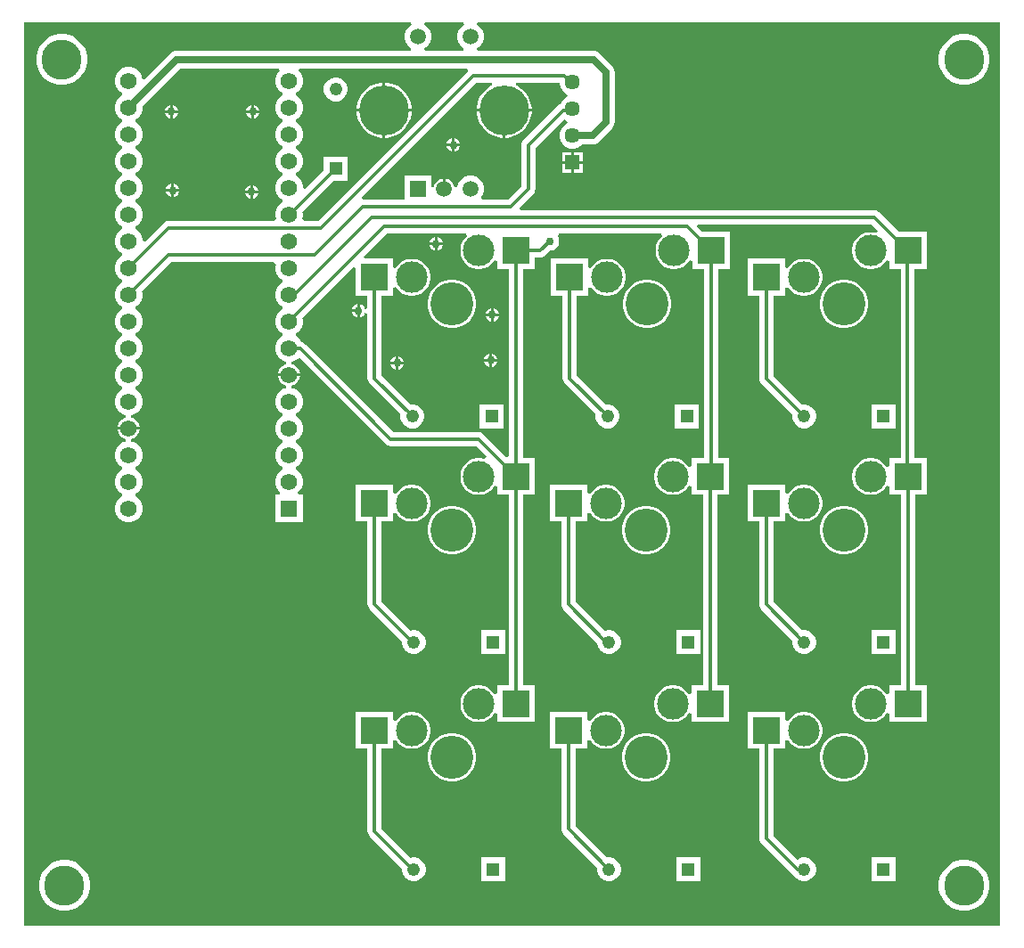
<source format=gbl>
G04*
G04 #@! TF.GenerationSoftware,Altium Limited,Altium Designer,25.8.1 (18)*
G04*
G04 Layer_Physical_Order=2*
G04 Layer_Color=16711680*
%FSLAX25Y25*%
%MOIN*%
G70*
G04*
G04 #@! TF.SameCoordinates,DF7FB86F-BB7A-4952-9DC5-A7C3E525FF5A*
G04*
G04*
G04 #@! TF.FilePolarity,Positive*
G04*
G01*
G75*
%ADD28C,0.01200*%
%ADD29C,0.05709*%
%ADD30R,0.05709X0.05709*%
%ADD31C,0.06200*%
%ADD32C,0.05906*%
%ADD33C,0.18661*%
%ADD34C,0.16100*%
%ADD35C,0.11811*%
%ADD36R,0.05906X0.05906*%
%ADD37C,0.04874*%
%ADD38R,0.04874X0.04874*%
%ADD39C,0.15000*%
%ADD40R,0.04874X0.04874*%
%ADD41R,0.06200X0.06200*%
%ADD42C,0.03000*%
%ADD43R,0.10039X0.09843*%
%ADD44C,0.02500*%
G36*
X240030Y344971D02*
X239301Y344550D01*
X238379Y343628D01*
X237727Y342498D01*
X237390Y341239D01*
Y339935D01*
X237727Y338675D01*
X238379Y337546D01*
X239301Y336623D01*
X239900Y336278D01*
X239632Y335278D01*
X225368D01*
X225100Y336278D01*
X225698Y336623D01*
X226621Y337546D01*
X227273Y338675D01*
X227610Y339935D01*
Y341239D01*
X227273Y342498D01*
X226621Y343628D01*
X225698Y344550D01*
X224970Y344971D01*
X225237Y345971D01*
X239762D01*
X240030Y344971D01*
D02*
G37*
G36*
X440471Y8029D02*
X75529D01*
Y345971D01*
X220077D01*
X220345Y344971D01*
X219616Y344550D01*
X218694Y343628D01*
X218042Y342498D01*
X217705Y341239D01*
Y339935D01*
X218042Y338675D01*
X218694Y337546D01*
X219616Y336623D01*
X220215Y336278D01*
X219947Y335278D01*
X132500D01*
X131652Y335166D01*
X130861Y334839D01*
X130182Y334318D01*
X120531Y324667D01*
X119499Y325049D01*
X119252Y325969D01*
X118581Y327132D01*
X117631Y328081D01*
X116469Y328752D01*
X115171Y329100D01*
X113829D01*
X112531Y328752D01*
X111369Y328081D01*
X110419Y327132D01*
X109748Y325969D01*
X109400Y324671D01*
Y323329D01*
X109748Y322031D01*
X110419Y320868D01*
X111369Y319919D01*
X111960Y319577D01*
Y318423D01*
X111369Y318081D01*
X110419Y317131D01*
X109748Y315968D01*
X109400Y314671D01*
Y313329D01*
X109748Y312032D01*
X110419Y310869D01*
X111369Y309919D01*
X111960Y309577D01*
Y308423D01*
X111369Y308081D01*
X110419Y307132D01*
X109748Y305968D01*
X109400Y304671D01*
Y303329D01*
X109748Y302031D01*
X110419Y300869D01*
X111369Y299919D01*
X111960Y299577D01*
Y298423D01*
X111369Y298081D01*
X110419Y297131D01*
X109748Y295969D01*
X109400Y294671D01*
Y293329D01*
X109748Y292032D01*
X110419Y290868D01*
X111369Y289919D01*
X111960Y289577D01*
Y288423D01*
X111369Y288081D01*
X110419Y287132D01*
X109748Y285968D01*
X109400Y284671D01*
Y283329D01*
X109748Y282031D01*
X110419Y280869D01*
X111369Y279919D01*
X111960Y279577D01*
Y278423D01*
X111369Y278081D01*
X110419Y277132D01*
X109748Y275969D01*
X109400Y274671D01*
Y273329D01*
X109748Y272031D01*
X110419Y270868D01*
X111369Y269919D01*
X111960Y269577D01*
Y268423D01*
X111369Y268081D01*
X110419Y267131D01*
X109748Y265968D01*
X109400Y264671D01*
Y263329D01*
X109748Y262032D01*
X110419Y260869D01*
X111369Y259919D01*
X111960Y259577D01*
Y258423D01*
X111369Y258081D01*
X110419Y257132D01*
X109748Y255968D01*
X109400Y254671D01*
Y253329D01*
X109748Y252031D01*
X110419Y250869D01*
X111369Y249919D01*
X111960Y249577D01*
Y248423D01*
X111369Y248081D01*
X110419Y247131D01*
X109748Y245969D01*
X109400Y244671D01*
Y243329D01*
X109748Y242032D01*
X110419Y240868D01*
X111369Y239919D01*
X111960Y239577D01*
Y238423D01*
X111369Y238081D01*
X110419Y237132D01*
X109748Y235968D01*
X109400Y234671D01*
Y233329D01*
X109748Y232031D01*
X110419Y230869D01*
X111369Y229919D01*
X111960Y229577D01*
Y228423D01*
X111369Y228081D01*
X110419Y227132D01*
X109748Y225969D01*
X109400Y224671D01*
Y223329D01*
X109748Y222031D01*
X110419Y220868D01*
X111369Y219919D01*
X111960Y219577D01*
Y218423D01*
X111369Y218081D01*
X110419Y217131D01*
X109748Y215968D01*
X109400Y214671D01*
Y213329D01*
X109748Y212032D01*
X110419Y210869D01*
X111369Y209919D01*
X111960Y209577D01*
Y208423D01*
X111369Y208081D01*
X110419Y207132D01*
X109748Y205968D01*
X109400Y204671D01*
Y203329D01*
X109748Y202031D01*
X110419Y200869D01*
X111369Y199919D01*
X112531Y199248D01*
X113455Y199000D01*
Y197965D01*
X112917Y197821D01*
X111983Y197281D01*
X111219Y196518D01*
X110679Y195582D01*
X110400Y194540D01*
Y194500D01*
X114500D01*
X118600D01*
Y194540D01*
X118321Y195582D01*
X117781Y196518D01*
X117017Y197281D01*
X116083Y197821D01*
X115545Y197965D01*
Y199000D01*
X116469Y199248D01*
X117631Y199919D01*
X118581Y200869D01*
X119252Y202031D01*
X119600Y203329D01*
Y204671D01*
X119252Y205968D01*
X118581Y207132D01*
X117631Y208081D01*
X117040Y208423D01*
Y209577D01*
X117631Y209919D01*
X118581Y210869D01*
X119252Y212032D01*
X119600Y213329D01*
Y214671D01*
X119252Y215968D01*
X118581Y217131D01*
X117631Y218081D01*
X117040Y218423D01*
Y219577D01*
X117631Y219919D01*
X118581Y220868D01*
X119252Y222031D01*
X119600Y223329D01*
Y224671D01*
X119252Y225969D01*
X118581Y227132D01*
X117631Y228081D01*
X117040Y228423D01*
Y229577D01*
X117631Y229919D01*
X118581Y230869D01*
X119252Y232031D01*
X119600Y233329D01*
Y234671D01*
X119252Y235968D01*
X118581Y237132D01*
X117631Y238081D01*
X117040Y238423D01*
Y239577D01*
X117631Y239919D01*
X118581Y240868D01*
X119252Y242032D01*
X119600Y243329D01*
Y244671D01*
X119448Y245239D01*
X130586Y256378D01*
X168897D01*
X169589Y255378D01*
X169400Y254671D01*
Y253329D01*
X169748Y252031D01*
X170419Y250869D01*
X171369Y249919D01*
X171960Y249577D01*
Y248423D01*
X171369Y248081D01*
X170419Y247131D01*
X169748Y245969D01*
X169400Y244671D01*
Y243329D01*
X169748Y242032D01*
X170419Y240868D01*
X171369Y239919D01*
X171960Y239577D01*
Y238423D01*
X171369Y238081D01*
X170419Y237132D01*
X169748Y235968D01*
X169400Y234671D01*
Y233329D01*
X169748Y232031D01*
X170419Y230869D01*
X171369Y229919D01*
X171960Y229577D01*
Y228423D01*
X171369Y228081D01*
X170419Y227132D01*
X169748Y225969D01*
X169400Y224671D01*
Y223329D01*
X169748Y222031D01*
X170419Y220868D01*
X171369Y219919D01*
X172531Y219248D01*
X173455Y219000D01*
Y217965D01*
X172917Y217821D01*
X171983Y217281D01*
X171219Y216517D01*
X170679Y215582D01*
X170400Y214540D01*
Y214500D01*
X174500D01*
X178600D01*
Y214540D01*
X178321Y215582D01*
X177781Y216517D01*
X177017Y217281D01*
X176083Y217821D01*
X175545Y217965D01*
Y219000D01*
X176469Y219248D01*
X177631Y219919D01*
X178252Y220539D01*
X210646Y188146D01*
X210646Y188146D01*
X211189Y187729D01*
X211821Y187467D01*
X212500Y187378D01*
X212500Y187378D01*
X244292D01*
X248253Y183417D01*
X247686Y182569D01*
X247514Y182640D01*
X246180Y182905D01*
X244820D01*
X243486Y182640D01*
X242229Y182120D01*
X241098Y181364D01*
X240136Y180402D01*
X239380Y179271D01*
X238860Y178014D01*
X238595Y176680D01*
Y175320D01*
X238860Y173986D01*
X239380Y172729D01*
X240136Y171598D01*
X241098Y170636D01*
X242229Y169880D01*
X243486Y169360D01*
X244820Y169095D01*
X246180D01*
X247514Y169360D01*
X248771Y169880D01*
X249902Y170636D01*
X250864Y171598D01*
X251457Y172485D01*
X252457Y172202D01*
Y169079D01*
X256854D01*
Y97921D01*
X252457D01*
Y94798D01*
X251457Y94515D01*
X250864Y95402D01*
X249902Y96364D01*
X248771Y97120D01*
X247514Y97640D01*
X246180Y97905D01*
X244820D01*
X243486Y97640D01*
X242229Y97120D01*
X241098Y96364D01*
X240136Y95402D01*
X239380Y94271D01*
X238860Y93014D01*
X238595Y91680D01*
Y90320D01*
X238860Y88986D01*
X239380Y87729D01*
X240136Y86598D01*
X241098Y85636D01*
X242229Y84880D01*
X243486Y84360D01*
X244820Y84095D01*
X246180D01*
X247514Y84360D01*
X248771Y84880D01*
X249902Y85636D01*
X250864Y86598D01*
X251457Y87485D01*
X252457Y87202D01*
Y84079D01*
X266496D01*
Y97921D01*
X262099D01*
Y169079D01*
X266496D01*
Y182921D01*
X262099D01*
Y253579D01*
X266496D01*
Y257878D01*
X268500D01*
X268500Y257878D01*
X269179Y257967D01*
X269811Y258229D01*
X270354Y258646D01*
X272209Y260500D01*
X272461D01*
X273351Y260738D01*
X274149Y261199D01*
X274801Y261851D01*
X275261Y262649D01*
X275500Y263539D01*
Y264461D01*
X275261Y265351D01*
X274957Y265878D01*
X275278Y266656D01*
X275486Y266878D01*
X313815D01*
X314119Y265878D01*
X314098Y265864D01*
X313136Y264902D01*
X312380Y263771D01*
X311860Y262514D01*
X311595Y261180D01*
Y259820D01*
X311860Y258486D01*
X312380Y257229D01*
X313136Y256098D01*
X314098Y255136D01*
X315229Y254380D01*
X316486Y253860D01*
X317820Y253594D01*
X319180D01*
X320514Y253860D01*
X321771Y254380D01*
X322902Y255136D01*
X323864Y256098D01*
X324457Y256985D01*
X325457Y256702D01*
Y253579D01*
X329854D01*
Y182921D01*
X324957D01*
Y179798D01*
X323957Y179515D01*
X323364Y180402D01*
X322402Y181364D01*
X321271Y182120D01*
X320014Y182640D01*
X318680Y182905D01*
X317320D01*
X315986Y182640D01*
X314729Y182120D01*
X313598Y181364D01*
X312636Y180402D01*
X311880Y179271D01*
X311360Y178014D01*
X311094Y176680D01*
Y175320D01*
X311360Y173986D01*
X311880Y172729D01*
X312636Y171598D01*
X313598Y170636D01*
X314729Y169880D01*
X315986Y169360D01*
X317320Y169095D01*
X318680D01*
X320014Y169360D01*
X321271Y169880D01*
X322402Y170636D01*
X323364Y171598D01*
X323957Y172485D01*
X324957Y172202D01*
Y169079D01*
X329354D01*
Y97921D01*
X324957D01*
Y94798D01*
X323957Y94515D01*
X323364Y95402D01*
X322402Y96364D01*
X321271Y97120D01*
X320014Y97640D01*
X318680Y97905D01*
X317320D01*
X315986Y97640D01*
X314729Y97120D01*
X313598Y96364D01*
X312636Y95402D01*
X311880Y94271D01*
X311360Y93014D01*
X311094Y91680D01*
Y90320D01*
X311360Y88986D01*
X311880Y87729D01*
X312636Y86598D01*
X313598Y85636D01*
X314729Y84880D01*
X315986Y84360D01*
X317320Y84095D01*
X318680D01*
X320014Y84360D01*
X321271Y84880D01*
X322402Y85636D01*
X323364Y86598D01*
X323957Y87485D01*
X324957Y87202D01*
Y84079D01*
X338996D01*
Y97921D01*
X334599D01*
Y169079D01*
X338996D01*
Y182921D01*
X335099D01*
Y253579D01*
X339496D01*
Y267421D01*
X329165D01*
X327133Y269454D01*
X327516Y270378D01*
X392292D01*
X394753Y267917D01*
X394186Y267069D01*
X394014Y267140D01*
X392680Y267406D01*
X391320D01*
X389986Y267140D01*
X388729Y266620D01*
X387598Y265864D01*
X386636Y264902D01*
X385880Y263771D01*
X385360Y262514D01*
X385094Y261180D01*
Y259820D01*
X385360Y258486D01*
X385880Y257229D01*
X386636Y256098D01*
X387598Y255136D01*
X388729Y254380D01*
X389986Y253860D01*
X391320Y253594D01*
X392680D01*
X394014Y253860D01*
X395271Y254380D01*
X396402Y255136D01*
X397364Y256098D01*
X397957Y256985D01*
X398957Y256702D01*
Y253579D01*
X403256D01*
Y182921D01*
X398957D01*
Y179798D01*
X397957Y179515D01*
X397364Y180402D01*
X396402Y181364D01*
X395271Y182120D01*
X394014Y182640D01*
X392680Y182905D01*
X391320D01*
X389986Y182640D01*
X388729Y182120D01*
X387598Y181364D01*
X386636Y180402D01*
X385880Y179271D01*
X385360Y178014D01*
X385094Y176680D01*
Y175320D01*
X385360Y173986D01*
X385880Y172729D01*
X386636Y171598D01*
X387598Y170636D01*
X388729Y169880D01*
X389986Y169360D01*
X391320Y169095D01*
X392680D01*
X394014Y169360D01*
X395271Y169880D01*
X396402Y170636D01*
X397364Y171598D01*
X397957Y172485D01*
X398957Y172202D01*
Y169079D01*
X403354D01*
Y97921D01*
X398957D01*
Y94798D01*
X397957Y94515D01*
X397364Y95402D01*
X396402Y96364D01*
X395271Y97120D01*
X394014Y97640D01*
X392680Y97905D01*
X391320D01*
X389986Y97640D01*
X388729Y97120D01*
X387598Y96364D01*
X386636Y95402D01*
X385880Y94271D01*
X385360Y93014D01*
X385094Y91680D01*
Y90320D01*
X385360Y88986D01*
X385880Y87729D01*
X386636Y86598D01*
X387598Y85636D01*
X388729Y84880D01*
X389986Y84360D01*
X391320Y84095D01*
X392680D01*
X394014Y84360D01*
X395271Y84880D01*
X396402Y85636D01*
X397364Y86598D01*
X397957Y87485D01*
X398957Y87202D01*
Y84079D01*
X412996D01*
Y97921D01*
X408599D01*
Y169079D01*
X412996D01*
Y182921D01*
X408500D01*
Y253579D01*
X412996D01*
Y267421D01*
X402665D01*
X395232Y274854D01*
X394689Y275271D01*
X394057Y275533D01*
X393378Y275622D01*
X393378Y275622D01*
X261138D01*
X260755Y276546D01*
X265854Y281646D01*
X265854Y281646D01*
X266271Y282189D01*
X266533Y282821D01*
X266622Y283500D01*
X266622Y283500D01*
Y298914D01*
X277422Y309713D01*
X277519Y309616D01*
X278529Y309033D01*
X278609Y308500D01*
X278529Y307967D01*
X277519Y307384D01*
X276616Y306481D01*
X275976Y305374D01*
X275646Y304139D01*
Y302861D01*
X275976Y301626D01*
X276616Y300519D01*
X277519Y299616D01*
X278626Y298976D01*
X279861Y298646D01*
X281139D01*
X282374Y298976D01*
X283481Y299616D01*
X284087Y300222D01*
X288000D01*
X288424Y300278D01*
X288848Y300334D01*
X289639Y300661D01*
X290318Y301182D01*
X295318Y306182D01*
X295839Y306861D01*
X296166Y307652D01*
X296278Y308500D01*
Y327361D01*
X296166Y328210D01*
X295839Y329000D01*
X295318Y329679D01*
X290679Y334318D01*
X290000Y334839D01*
X289210Y335166D01*
X288785Y335222D01*
X288361Y335278D01*
X245053D01*
X244785Y336278D01*
X245384Y336623D01*
X246306Y337546D01*
X246958Y338675D01*
X247295Y339935D01*
Y341239D01*
X246958Y342498D01*
X246306Y343628D01*
X245384Y344550D01*
X244655Y344971D01*
X244923Y345971D01*
X440471D01*
Y8029D01*
D02*
G37*
G36*
X275646Y322861D02*
X275976Y321626D01*
X276616Y320519D01*
X277519Y319616D01*
X278529Y319033D01*
X278609Y318500D01*
X278529Y317967D01*
X277519Y317384D01*
X276616Y316481D01*
X275976Y315374D01*
X275965Y315332D01*
X275598Y315180D01*
X275055Y314763D01*
X275055Y314763D01*
X262146Y301854D01*
X261729Y301311D01*
X261467Y300679D01*
X261378Y300000D01*
X261378Y300000D01*
Y284586D01*
X256414Y279622D01*
X246733D01*
X246400Y280622D01*
X246958Y281588D01*
X247295Y282848D01*
Y284152D01*
X246958Y285412D01*
X246306Y286541D01*
X245384Y287463D01*
X244254Y288115D01*
X242995Y288453D01*
X241690D01*
X240431Y288115D01*
X239301Y287463D01*
X238379Y286541D01*
X237727Y285412D01*
X237390Y284152D01*
X236407Y284193D01*
X236183Y285026D01*
X235663Y285927D01*
X234927Y286663D01*
X234026Y287183D01*
X233020Y287453D01*
X233000D01*
Y283500D01*
X232000D01*
Y287453D01*
X231980D01*
X230974Y287183D01*
X230073Y286663D01*
X229337Y285927D01*
X228817Y285026D01*
X228610Y284256D01*
X227610Y284387D01*
Y288453D01*
X217705D01*
Y279622D01*
X202245D01*
X201890Y280209D01*
X201816Y280607D01*
X244586Y323378D01*
X250320D01*
X250518Y322378D01*
X250047Y322182D01*
X248356Y321052D01*
X246917Y319613D01*
X245786Y317921D01*
X245007Y316041D01*
X244610Y314045D01*
Y313528D01*
X265272D01*
Y314045D01*
X264875Y316041D01*
X264096Y317921D01*
X262965Y319613D01*
X261526Y321052D01*
X259834Y322182D01*
X259364Y322378D01*
X259562Y323378D01*
X275646D01*
Y322861D01*
D02*
G37*
G36*
X241416Y328244D02*
X241513Y327722D01*
X185414Y271622D01*
X180103D01*
X179411Y272622D01*
X179600Y273329D01*
Y274671D01*
X179519Y274974D01*
X191272Y286726D01*
X196437D01*
Y295600D01*
X187563D01*
Y290435D01*
X180600Y283472D01*
X179600Y283886D01*
Y284671D01*
X179252Y285968D01*
X178581Y287132D01*
X177631Y288081D01*
X177040Y288423D01*
Y289577D01*
X177631Y289919D01*
X178581Y290868D01*
X179252Y292032D01*
X179600Y293329D01*
Y294671D01*
X179252Y295969D01*
X178581Y297131D01*
X177631Y298081D01*
X177040Y298423D01*
Y299577D01*
X177631Y299919D01*
X178581Y300869D01*
X179252Y302031D01*
X179600Y303329D01*
Y304671D01*
X179252Y305968D01*
X178581Y307132D01*
X177631Y308081D01*
X177040Y308423D01*
Y309577D01*
X177631Y309919D01*
X178581Y310869D01*
X179252Y312032D01*
X179600Y313329D01*
Y314671D01*
X179252Y315968D01*
X178581Y317131D01*
X177631Y318081D01*
X177040Y318423D01*
Y319577D01*
X177631Y319919D01*
X178581Y320868D01*
X179252Y322031D01*
X179600Y323329D01*
Y324671D01*
X179252Y325969D01*
X178581Y327132D01*
X177990Y327722D01*
X178405Y328722D01*
X241134D01*
X241416Y328244D01*
D02*
G37*
G36*
X171010Y327722D02*
X170419Y327132D01*
X169748Y325969D01*
X169400Y324671D01*
Y323329D01*
X169748Y322031D01*
X170419Y320868D01*
X171369Y319919D01*
X171960Y319577D01*
Y318423D01*
X171369Y318081D01*
X170419Y317131D01*
X169748Y315968D01*
X169400Y314671D01*
Y313329D01*
X169748Y312032D01*
X170419Y310869D01*
X171369Y309919D01*
X171960Y309577D01*
Y308423D01*
X171369Y308081D01*
X170419Y307132D01*
X169748Y305968D01*
X169400Y304671D01*
Y303329D01*
X169748Y302031D01*
X170419Y300869D01*
X171369Y299919D01*
X171960Y299577D01*
Y298423D01*
X171369Y298081D01*
X170419Y297131D01*
X169748Y295969D01*
X169400Y294671D01*
Y293329D01*
X169748Y292032D01*
X170419Y290868D01*
X171369Y289919D01*
X171960Y289577D01*
Y288423D01*
X171369Y288081D01*
X170419Y287132D01*
X169748Y285968D01*
X169400Y284671D01*
Y283329D01*
X169748Y282031D01*
X170419Y280869D01*
X171369Y279919D01*
X171960Y279577D01*
Y278423D01*
X171369Y278081D01*
X170419Y277132D01*
X169748Y275969D01*
X169400Y274671D01*
Y273329D01*
X169589Y272622D01*
X168897Y271622D01*
X129500D01*
X128821Y271533D01*
X128189Y271271D01*
X127646Y270854D01*
X127646Y270854D01*
X120600Y263809D01*
X119600Y264223D01*
Y264671D01*
X119252Y265968D01*
X118581Y267131D01*
X117631Y268081D01*
X117040Y268423D01*
Y269577D01*
X117631Y269919D01*
X118581Y270868D01*
X119252Y272031D01*
X119600Y273329D01*
Y274671D01*
X119252Y275969D01*
X118581Y277132D01*
X117631Y278081D01*
X117040Y278423D01*
Y279577D01*
X117631Y279919D01*
X118581Y280869D01*
X119252Y282031D01*
X119600Y283329D01*
Y284671D01*
X119252Y285968D01*
X118581Y287132D01*
X117631Y288081D01*
X117040Y288423D01*
Y289577D01*
X117631Y289919D01*
X118581Y290868D01*
X119252Y292032D01*
X119600Y293329D01*
Y294671D01*
X119252Y295969D01*
X118581Y297131D01*
X117631Y298081D01*
X117040Y298423D01*
Y299577D01*
X117631Y299919D01*
X118581Y300869D01*
X119252Y302031D01*
X119600Y303329D01*
Y304671D01*
X119252Y305968D01*
X118581Y307132D01*
X117631Y308081D01*
X117040Y308423D01*
Y309577D01*
X117631Y309919D01*
X118581Y310869D01*
X119252Y312032D01*
X119600Y313329D01*
Y314464D01*
X133858Y328722D01*
X170595D01*
X171010Y327722D01*
D02*
G37*
G36*
X241119Y265878D02*
X241098Y265864D01*
X240136Y264902D01*
X239380Y263771D01*
X238860Y262514D01*
X238595Y261180D01*
Y259820D01*
X238860Y258486D01*
X239380Y257229D01*
X240136Y256098D01*
X241098Y255136D01*
X242229Y254380D01*
X243486Y253860D01*
X244820Y253594D01*
X246180D01*
X247514Y253860D01*
X248771Y254380D01*
X249902Y255136D01*
X250864Y256098D01*
X251457Y256985D01*
X252457Y256702D01*
Y253579D01*
X256854D01*
Y183647D01*
X255854Y183233D01*
X247232Y191854D01*
X246689Y192271D01*
X246057Y192533D01*
X245378Y192622D01*
X245378Y192622D01*
X213586D01*
X180551Y225657D01*
X180008Y226074D01*
X179376Y226336D01*
X179013Y226384D01*
X178581Y227132D01*
X177631Y228081D01*
X177040Y228423D01*
Y229577D01*
X177631Y229919D01*
X178581Y230869D01*
X179252Y232031D01*
X179600Y233329D01*
Y234671D01*
X179448Y235239D01*
X198580Y254371D01*
X199504Y253989D01*
Y243579D01*
X203901D01*
Y238935D01*
X202901Y238736D01*
X202619Y239416D01*
X201916Y240119D01*
X201000Y240499D01*
Y238000D01*
Y235501D01*
X201916Y235881D01*
X202619Y236584D01*
X202901Y237264D01*
X203901Y237065D01*
Y212640D01*
X203901Y212640D01*
X203991Y211961D01*
X204253Y211329D01*
X204669Y210785D01*
X216257Y199198D01*
X216226Y199084D01*
Y197916D01*
X216529Y196787D01*
X217113Y195776D01*
X217939Y194949D01*
X218951Y194365D01*
X220079Y194063D01*
X221248D01*
X222376Y194365D01*
X223388Y194949D01*
X224214Y195776D01*
X224798Y196787D01*
X225100Y197916D01*
Y199084D01*
X224798Y200213D01*
X224214Y201224D01*
X223388Y202050D01*
X222376Y202635D01*
X221248Y202937D01*
X220079D01*
X219966Y202906D01*
X209146Y213726D01*
Y243579D01*
X213543D01*
Y246702D01*
X214543Y246985D01*
X215136Y246098D01*
X216098Y245136D01*
X217229Y244380D01*
X218486Y243860D01*
X219820Y243595D01*
X221180D01*
X222514Y243860D01*
X223771Y244380D01*
X224902Y245136D01*
X225864Y246098D01*
X226620Y247229D01*
X227140Y248486D01*
X227406Y249820D01*
Y251180D01*
X227140Y252514D01*
X226620Y253771D01*
X225864Y254902D01*
X224902Y255864D01*
X223771Y256620D01*
X222514Y257140D01*
X221180Y257405D01*
X219820D01*
X218486Y257140D01*
X217229Y256620D01*
X216098Y255864D01*
X215136Y254902D01*
X214543Y254015D01*
X213543Y254298D01*
Y257421D01*
X202937D01*
X202554Y258345D01*
X211086Y266878D01*
X240815D01*
X241119Y265878D01*
D02*
G37*
%LPC*%
G36*
X427936Y341500D02*
X426064D01*
X424229Y341135D01*
X422500Y340419D01*
X420944Y339379D01*
X419621Y338056D01*
X418581Y336500D01*
X417865Y334771D01*
X417500Y332936D01*
Y331064D01*
X417865Y329229D01*
X418581Y327500D01*
X419621Y325944D01*
X420944Y324621D01*
X422500Y323581D01*
X424229Y322865D01*
X426064Y322500D01*
X427936D01*
X429771Y322865D01*
X431500Y323581D01*
X433056Y324621D01*
X434379Y325944D01*
X435419Y327500D01*
X436135Y329229D01*
X436500Y331064D01*
Y332936D01*
X436135Y334771D01*
X435419Y336500D01*
X434379Y338056D01*
X433056Y339379D01*
X431500Y340419D01*
X429771Y341135D01*
X427936Y341500D01*
D02*
G37*
G36*
X90436D02*
X88564D01*
X86729Y341135D01*
X85000Y340419D01*
X83444Y339379D01*
X82121Y338056D01*
X81081Y336500D01*
X80365Y334771D01*
X80000Y332936D01*
Y331064D01*
X80365Y329229D01*
X81081Y327500D01*
X82121Y325944D01*
X83444Y324621D01*
X85000Y323581D01*
X86729Y322865D01*
X88564Y322500D01*
X90436D01*
X92271Y322865D01*
X94000Y323581D01*
X95556Y324621D01*
X96879Y325944D01*
X97919Y327500D01*
X98635Y329229D01*
X99000Y331064D01*
Y332936D01*
X98635Y334771D01*
X97919Y336500D01*
X96879Y338056D01*
X95556Y339379D01*
X94000Y340419D01*
X92271Y341135D01*
X90436Y341500D01*
D02*
G37*
G36*
X284354Y297354D02*
X281000D01*
Y294000D01*
X284354D01*
Y297354D01*
D02*
G37*
G36*
X280000D02*
X276646D01*
Y294000D01*
X280000D01*
Y297354D01*
D02*
G37*
G36*
X284354Y293000D02*
X281000D01*
Y289646D01*
X284354D01*
Y293000D01*
D02*
G37*
G36*
X280000D02*
X276646D01*
Y289646D01*
X280000D01*
Y293000D01*
D02*
G37*
G36*
X360043Y257421D02*
X346004D01*
Y243579D01*
X350401D01*
Y212640D01*
X350401Y212640D01*
X350490Y211961D01*
X350752Y211329D01*
X351169Y210785D01*
X362757Y199198D01*
X362726Y199084D01*
Y197916D01*
X363029Y196787D01*
X363613Y195776D01*
X364439Y194949D01*
X365451Y194365D01*
X366579Y194063D01*
X367747D01*
X368876Y194365D01*
X369888Y194949D01*
X370714Y195776D01*
X371298Y196787D01*
X371600Y197916D01*
Y199084D01*
X371298Y200213D01*
X370714Y201224D01*
X369888Y202050D01*
X368876Y202635D01*
X367747Y202937D01*
X366579D01*
X366465Y202906D01*
X355646Y213726D01*
Y243579D01*
X360043D01*
Y246702D01*
X361043Y246985D01*
X361636Y246098D01*
X362598Y245136D01*
X363729Y244380D01*
X364986Y243860D01*
X366320Y243595D01*
X367680D01*
X369014Y243860D01*
X370271Y244380D01*
X371402Y245136D01*
X372364Y246098D01*
X373120Y247229D01*
X373640Y248486D01*
X373905Y249820D01*
Y251180D01*
X373640Y252514D01*
X373120Y253771D01*
X372364Y254902D01*
X371402Y255864D01*
X370271Y256620D01*
X369014Y257140D01*
X367680Y257405D01*
X366320D01*
X364986Y257140D01*
X363729Y256620D01*
X362598Y255864D01*
X361636Y254902D01*
X361043Y254015D01*
X360043Y254298D01*
Y257421D01*
D02*
G37*
G36*
X286543D02*
X272504D01*
Y243579D01*
X276901D01*
Y212640D01*
X276901Y212640D01*
X276991Y211961D01*
X277253Y211329D01*
X277669Y210785D01*
X289257Y199198D01*
X289226Y199084D01*
Y197916D01*
X289529Y196787D01*
X290113Y195776D01*
X290939Y194949D01*
X291951Y194365D01*
X293079Y194063D01*
X294248D01*
X295376Y194365D01*
X296388Y194949D01*
X297214Y195776D01*
X297798Y196787D01*
X298100Y197916D01*
Y199084D01*
X297798Y200213D01*
X297214Y201224D01*
X296388Y202050D01*
X295376Y202635D01*
X294248Y202937D01*
X293079D01*
X292966Y202906D01*
X282146Y213726D01*
Y243579D01*
X286543D01*
Y246702D01*
X287543Y246985D01*
X288136Y246098D01*
X289098Y245136D01*
X290229Y244380D01*
X291486Y243860D01*
X292820Y243595D01*
X294180D01*
X295514Y243860D01*
X296771Y244380D01*
X297902Y245136D01*
X298864Y246098D01*
X299620Y247229D01*
X300140Y248486D01*
X300406Y249820D01*
Y251180D01*
X300140Y252514D01*
X299620Y253771D01*
X298864Y254902D01*
X297902Y255864D01*
X296771Y256620D01*
X295514Y257140D01*
X294180Y257405D01*
X292820D01*
X291486Y257140D01*
X290229Y256620D01*
X289098Y255864D01*
X288136Y254902D01*
X287543Y254015D01*
X286543Y254298D01*
Y257421D01*
D02*
G37*
G36*
X382891Y249550D02*
X381109D01*
X379360Y249202D01*
X377713Y248520D01*
X376231Y247530D01*
X374970Y246269D01*
X373980Y244787D01*
X373298Y243140D01*
X372950Y241391D01*
Y239609D01*
X373298Y237860D01*
X373980Y236213D01*
X374970Y234731D01*
X376231Y233470D01*
X377713Y232480D01*
X379360Y231798D01*
X381109Y231450D01*
X382891D01*
X384640Y231798D01*
X386287Y232480D01*
X387769Y233470D01*
X389030Y234731D01*
X390020Y236213D01*
X390702Y237860D01*
X391050Y239609D01*
Y241391D01*
X390702Y243140D01*
X390020Y244787D01*
X389030Y246269D01*
X387769Y247530D01*
X386287Y248520D01*
X384640Y249202D01*
X382891Y249550D01*
D02*
G37*
G36*
X309391D02*
X307609D01*
X305860Y249202D01*
X304213Y248520D01*
X302731Y247530D01*
X301470Y246269D01*
X300480Y244787D01*
X299798Y243140D01*
X299450Y241391D01*
Y239609D01*
X299798Y237860D01*
X300480Y236213D01*
X301470Y234731D01*
X302731Y233470D01*
X304213Y232480D01*
X305860Y231798D01*
X307609Y231450D01*
X309391D01*
X311140Y231798D01*
X312787Y232480D01*
X314269Y233470D01*
X315530Y234731D01*
X316520Y236213D01*
X317202Y237860D01*
X317550Y239609D01*
Y241391D01*
X317202Y243140D01*
X316520Y244787D01*
X315530Y246269D01*
X314269Y247530D01*
X312787Y248520D01*
X311140Y249202D01*
X309391Y249550D01*
D02*
G37*
G36*
X401274Y202937D02*
X392400D01*
Y194063D01*
X401274D01*
Y202937D01*
D02*
G37*
G36*
X327774D02*
X318900D01*
Y194063D01*
X327774D01*
Y202937D01*
D02*
G37*
G36*
X360043Y172921D02*
X346004D01*
Y159079D01*
X350401D01*
Y128140D01*
X350401Y128140D01*
X350490Y127461D01*
X350752Y126829D01*
X351169Y126285D01*
X362757Y114698D01*
X362726Y114584D01*
Y113416D01*
X363029Y112287D01*
X363613Y111276D01*
X364439Y110450D01*
X365451Y109865D01*
X366579Y109563D01*
X367747D01*
X368876Y109865D01*
X369888Y110450D01*
X370714Y111276D01*
X371298Y112287D01*
X371600Y113416D01*
Y114584D01*
X371298Y115713D01*
X370714Y116724D01*
X369888Y117551D01*
X368876Y118135D01*
X367747Y118437D01*
X366579D01*
X366465Y118406D01*
X355646Y129226D01*
Y159079D01*
X360043D01*
Y162202D01*
X361043Y162485D01*
X361636Y161598D01*
X362598Y160636D01*
X363729Y159880D01*
X364986Y159360D01*
X366320Y159095D01*
X367680D01*
X369014Y159360D01*
X370271Y159880D01*
X371402Y160636D01*
X372364Y161598D01*
X373120Y162729D01*
X373640Y163986D01*
X373905Y165320D01*
Y166680D01*
X373640Y168014D01*
X373120Y169271D01*
X372364Y170402D01*
X371402Y171364D01*
X370271Y172120D01*
X369014Y172640D01*
X367680Y172906D01*
X366320D01*
X364986Y172640D01*
X363729Y172120D01*
X362598Y171364D01*
X361636Y170402D01*
X361043Y169515D01*
X360043Y169798D01*
Y172921D01*
D02*
G37*
G36*
X286043D02*
X272004D01*
Y159079D01*
X276401D01*
Y128140D01*
X276401Y128140D01*
X276490Y127461D01*
X276752Y126829D01*
X277169Y126285D01*
X289726Y113728D01*
Y113416D01*
X290029Y112287D01*
X290613Y111276D01*
X291439Y110450D01*
X292451Y109865D01*
X293579Y109563D01*
X294747D01*
X295876Y109865D01*
X296888Y110450D01*
X297714Y111276D01*
X298298Y112287D01*
X298600Y113416D01*
Y114584D01*
X298298Y115713D01*
X297714Y116724D01*
X296888Y117551D01*
X295876Y118135D01*
X294747Y118437D01*
X293579D01*
X292677Y118195D01*
X281646Y129226D01*
Y159079D01*
X286043D01*
Y162202D01*
X287043Y162485D01*
X287636Y161598D01*
X288598Y160636D01*
X289729Y159880D01*
X290986Y159360D01*
X292320Y159095D01*
X293680D01*
X295014Y159360D01*
X296271Y159880D01*
X297402Y160636D01*
X298364Y161598D01*
X299120Y162729D01*
X299640Y163986D01*
X299905Y165320D01*
Y166680D01*
X299640Y168014D01*
X299120Y169271D01*
X298364Y170402D01*
X297402Y171364D01*
X296271Y172120D01*
X295014Y172640D01*
X293680Y172906D01*
X292320D01*
X290986Y172640D01*
X289729Y172120D01*
X288598Y171364D01*
X287636Y170402D01*
X287043Y169515D01*
X286043Y169798D01*
Y172921D01*
D02*
G37*
G36*
X213543D02*
X199504D01*
Y159079D01*
X203901D01*
Y128140D01*
X203901Y128140D01*
X203991Y127461D01*
X204253Y126829D01*
X204669Y126285D01*
X216726Y114228D01*
Y113416D01*
X217029Y112287D01*
X217613Y111276D01*
X218439Y110450D01*
X219451Y109865D01*
X220579Y109563D01*
X221747D01*
X222876Y109865D01*
X223888Y110450D01*
X224714Y111276D01*
X225298Y112287D01*
X225600Y113416D01*
Y114584D01*
X225298Y115713D01*
X224714Y116724D01*
X223888Y117551D01*
X222876Y118135D01*
X221747Y118437D01*
X220579D01*
X220071Y118301D01*
X209146Y129226D01*
Y159079D01*
X213543D01*
Y162202D01*
X214543Y162485D01*
X215136Y161598D01*
X216098Y160636D01*
X217229Y159880D01*
X218486Y159360D01*
X219820Y159095D01*
X221180D01*
X222514Y159360D01*
X223771Y159880D01*
X224902Y160636D01*
X225864Y161598D01*
X226620Y162729D01*
X227140Y163986D01*
X227406Y165320D01*
Y166680D01*
X227140Y168014D01*
X226620Y169271D01*
X225864Y170402D01*
X224902Y171364D01*
X223771Y172120D01*
X222514Y172640D01*
X221180Y172906D01*
X219820D01*
X218486Y172640D01*
X217229Y172120D01*
X216098Y171364D01*
X215136Y170402D01*
X214543Y169515D01*
X213543Y169798D01*
Y172921D01*
D02*
G37*
G36*
X178600Y213500D02*
X174500D01*
X170400D01*
Y213460D01*
X170679Y212418D01*
X171219Y211483D01*
X171983Y210719D01*
X172917Y210179D01*
X173455Y210035D01*
Y209000D01*
X172531Y208752D01*
X171369Y208081D01*
X170419Y207132D01*
X169748Y205968D01*
X169400Y204671D01*
Y203329D01*
X169748Y202031D01*
X170419Y200869D01*
X171369Y199919D01*
X171960Y199577D01*
Y198423D01*
X171369Y198081D01*
X170419Y197132D01*
X169748Y195968D01*
X169400Y194671D01*
Y193329D01*
X169748Y192032D01*
X170419Y190868D01*
X171369Y189919D01*
X171960Y189577D01*
Y188423D01*
X171369Y188081D01*
X170419Y187132D01*
X169748Y185968D01*
X169400Y184671D01*
Y183329D01*
X169748Y182032D01*
X170419Y180868D01*
X171369Y179919D01*
X171960Y179577D01*
Y178423D01*
X171369Y178081D01*
X170419Y177131D01*
X169748Y175969D01*
X169400Y174671D01*
Y173329D01*
X169748Y172031D01*
X170419Y170869D01*
X171187Y170100D01*
X170995Y169349D01*
X170832Y169100D01*
X169400D01*
Y158900D01*
X179600D01*
Y169100D01*
X178168D01*
X178005Y169349D01*
X177813Y170100D01*
X178581Y170869D01*
X179252Y172031D01*
X179600Y173329D01*
Y174671D01*
X179252Y175969D01*
X178581Y177131D01*
X177631Y178081D01*
X177040Y178423D01*
Y179577D01*
X177631Y179919D01*
X178581Y180868D01*
X179252Y182032D01*
X179600Y183329D01*
Y184671D01*
X179252Y185968D01*
X178581Y187132D01*
X177631Y188081D01*
X177040Y188423D01*
Y189577D01*
X177631Y189919D01*
X178581Y190868D01*
X179252Y192032D01*
X179600Y193329D01*
Y194671D01*
X179252Y195968D01*
X178581Y197132D01*
X177631Y198081D01*
X177040Y198423D01*
Y199577D01*
X177631Y199919D01*
X178581Y200869D01*
X179252Y202031D01*
X179600Y203329D01*
Y204671D01*
X179252Y205968D01*
X178581Y207132D01*
X177631Y208081D01*
X176469Y208752D01*
X175545Y209000D01*
Y210035D01*
X176083Y210179D01*
X177017Y210719D01*
X177781Y211483D01*
X178321Y212418D01*
X178600Y213460D01*
Y213500D01*
D02*
G37*
G36*
X118600Y193500D02*
X114500D01*
X110400D01*
Y193460D01*
X110679Y192418D01*
X111219Y191482D01*
X111983Y190719D01*
X112917Y190179D01*
X113455Y190035D01*
Y189000D01*
X112531Y188752D01*
X111369Y188081D01*
X110419Y187132D01*
X109748Y185968D01*
X109400Y184671D01*
Y183329D01*
X109748Y182032D01*
X110419Y180868D01*
X111369Y179919D01*
X111960Y179577D01*
Y178423D01*
X111369Y178081D01*
X110419Y177131D01*
X109748Y175969D01*
X109400Y174671D01*
Y173329D01*
X109748Y172031D01*
X110419Y170869D01*
X111369Y169919D01*
X111960Y169577D01*
Y168423D01*
X111369Y168081D01*
X110419Y167131D01*
X109748Y165969D01*
X109400Y164671D01*
Y163329D01*
X109748Y162031D01*
X110419Y160869D01*
X111369Y159919D01*
X112531Y159248D01*
X113829Y158900D01*
X115171D01*
X116469Y159248D01*
X117631Y159919D01*
X118581Y160869D01*
X119252Y162031D01*
X119600Y163329D01*
Y164671D01*
X119252Y165969D01*
X118581Y167131D01*
X117631Y168081D01*
X117040Y168423D01*
Y169577D01*
X117631Y169919D01*
X118581Y170869D01*
X119252Y172031D01*
X119600Y173329D01*
Y174671D01*
X119252Y175969D01*
X118581Y177131D01*
X117631Y178081D01*
X117040Y178423D01*
Y179577D01*
X117631Y179919D01*
X118581Y180868D01*
X119252Y182032D01*
X119600Y183329D01*
Y184671D01*
X119252Y185968D01*
X118581Y187132D01*
X117631Y188081D01*
X116469Y188752D01*
X115545Y189000D01*
Y190035D01*
X116083Y190179D01*
X117017Y190719D01*
X117781Y191482D01*
X118321Y192418D01*
X118600Y193460D01*
Y193500D01*
D02*
G37*
G36*
X382891Y165050D02*
X381109D01*
X379360Y164702D01*
X377713Y164020D01*
X376231Y163030D01*
X374970Y161769D01*
X373980Y160287D01*
X373298Y158640D01*
X372950Y156891D01*
Y155109D01*
X373298Y153360D01*
X373980Y151713D01*
X374970Y150231D01*
X376231Y148970D01*
X377713Y147980D01*
X379360Y147298D01*
X381109Y146950D01*
X382891D01*
X384640Y147298D01*
X386287Y147980D01*
X387769Y148970D01*
X389030Y150231D01*
X390020Y151713D01*
X390702Y153360D01*
X391050Y155109D01*
Y156891D01*
X390702Y158640D01*
X390020Y160287D01*
X389030Y161769D01*
X387769Y163030D01*
X386287Y164020D01*
X384640Y164702D01*
X382891Y165050D01*
D02*
G37*
G36*
X308891D02*
X307109D01*
X305360Y164702D01*
X303713Y164020D01*
X302231Y163030D01*
X300970Y161769D01*
X299980Y160287D01*
X299298Y158640D01*
X298950Y156891D01*
Y155109D01*
X299298Y153360D01*
X299980Y151713D01*
X300970Y150231D01*
X302231Y148970D01*
X303713Y147980D01*
X305360Y147298D01*
X307109Y146950D01*
X308891D01*
X310640Y147298D01*
X312287Y147980D01*
X313769Y148970D01*
X315030Y150231D01*
X316020Y151713D01*
X316702Y153360D01*
X317050Y155109D01*
Y156891D01*
X316702Y158640D01*
X316020Y160287D01*
X315030Y161769D01*
X313769Y163030D01*
X312287Y164020D01*
X310640Y164702D01*
X308891Y165050D01*
D02*
G37*
G36*
X236391D02*
X234609D01*
X232860Y164702D01*
X231213Y164020D01*
X229731Y163030D01*
X228470Y161769D01*
X227480Y160287D01*
X226798Y158640D01*
X226450Y156891D01*
Y155109D01*
X226798Y153360D01*
X227480Y151713D01*
X228470Y150231D01*
X229731Y148970D01*
X231213Y147980D01*
X232860Y147298D01*
X234609Y146950D01*
X236391D01*
X238140Y147298D01*
X239787Y147980D01*
X241269Y148970D01*
X242530Y150231D01*
X243520Y151713D01*
X244202Y153360D01*
X244550Y155109D01*
Y156891D01*
X244202Y158640D01*
X243520Y160287D01*
X242530Y161769D01*
X241269Y163030D01*
X239787Y164020D01*
X238140Y164702D01*
X236391Y165050D01*
D02*
G37*
G36*
X401274Y118437D02*
X392400D01*
Y109563D01*
X401274D01*
Y118437D01*
D02*
G37*
G36*
X328274D02*
X319400D01*
Y109563D01*
X328274D01*
Y118437D01*
D02*
G37*
G36*
X255274D02*
X246400D01*
Y109563D01*
X255274D01*
Y118437D01*
D02*
G37*
G36*
X360043Y87921D02*
X346004D01*
Y74079D01*
X350401D01*
Y40640D01*
X350401Y40640D01*
X350490Y39961D01*
X350752Y39329D01*
X351169Y38785D01*
X362809Y27146D01*
X363350Y26730D01*
X363613Y26276D01*
X364439Y25449D01*
X365451Y24865D01*
X366579Y24563D01*
X367747D01*
X368876Y24865D01*
X369888Y25449D01*
X370714Y26276D01*
X371298Y27287D01*
X371600Y28416D01*
Y29584D01*
X371298Y30713D01*
X370714Y31724D01*
X369888Y32550D01*
X368876Y33135D01*
X367747Y33437D01*
X366579D01*
X365451Y33135D01*
X364682Y32691D01*
X355646Y41726D01*
Y74079D01*
X360043D01*
Y77202D01*
X361043Y77485D01*
X361636Y76598D01*
X362598Y75636D01*
X363729Y74880D01*
X364986Y74360D01*
X366320Y74094D01*
X367680D01*
X369014Y74360D01*
X370271Y74880D01*
X371402Y75636D01*
X372364Y76598D01*
X373120Y77729D01*
X373640Y78986D01*
X373905Y80320D01*
Y81680D01*
X373640Y83014D01*
X373120Y84271D01*
X372364Y85402D01*
X371402Y86364D01*
X370271Y87120D01*
X369014Y87640D01*
X367680Y87906D01*
X366320D01*
X364986Y87640D01*
X363729Y87120D01*
X362598Y86364D01*
X361636Y85402D01*
X361043Y84515D01*
X360043Y84798D01*
Y87921D01*
D02*
G37*
G36*
X286043D02*
X272004D01*
Y74079D01*
X276401D01*
Y44140D01*
X276401Y44140D01*
X276490Y43461D01*
X276752Y42829D01*
X277169Y42285D01*
X289757Y29698D01*
X289726Y29584D01*
Y28416D01*
X290029Y27287D01*
X290613Y26276D01*
X291439Y25449D01*
X292451Y24865D01*
X293579Y24563D01*
X294747D01*
X295876Y24865D01*
X296888Y25449D01*
X297714Y26276D01*
X298298Y27287D01*
X298600Y28416D01*
Y29584D01*
X298298Y30713D01*
X297714Y31724D01*
X296888Y32550D01*
X295876Y33135D01*
X294747Y33437D01*
X293579D01*
X293465Y33406D01*
X281646Y45226D01*
Y74079D01*
X286043D01*
Y77202D01*
X287043Y77485D01*
X287636Y76598D01*
X288598Y75636D01*
X289729Y74880D01*
X290986Y74360D01*
X292320Y74094D01*
X293680D01*
X295014Y74360D01*
X296271Y74880D01*
X297402Y75636D01*
X298364Y76598D01*
X299120Y77729D01*
X299640Y78986D01*
X299905Y80320D01*
Y81680D01*
X299640Y83014D01*
X299120Y84271D01*
X298364Y85402D01*
X297402Y86364D01*
X296271Y87120D01*
X295014Y87640D01*
X293680Y87906D01*
X292320D01*
X290986Y87640D01*
X289729Y87120D01*
X288598Y86364D01*
X287636Y85402D01*
X287043Y84515D01*
X286043Y84798D01*
Y87921D01*
D02*
G37*
G36*
X213543D02*
X199504D01*
Y74079D01*
X203901D01*
Y43140D01*
X203901Y43140D01*
X203991Y42461D01*
X204253Y41829D01*
X204669Y41285D01*
X216726Y29228D01*
Y28416D01*
X217029Y27287D01*
X217613Y26276D01*
X218439Y25449D01*
X219451Y24865D01*
X220579Y24563D01*
X221747D01*
X222876Y24865D01*
X223888Y25449D01*
X224714Y26276D01*
X225298Y27287D01*
X225600Y28416D01*
Y29584D01*
X225298Y30713D01*
X224714Y31724D01*
X223888Y32550D01*
X222876Y33135D01*
X221747Y33437D01*
X220579D01*
X220071Y33301D01*
X209146Y44226D01*
Y74079D01*
X213543D01*
Y77202D01*
X214543Y77485D01*
X215136Y76598D01*
X216098Y75636D01*
X217229Y74880D01*
X218486Y74360D01*
X219820Y74094D01*
X221180D01*
X222514Y74360D01*
X223771Y74880D01*
X224902Y75636D01*
X225864Y76598D01*
X226620Y77729D01*
X227140Y78986D01*
X227406Y80320D01*
Y81680D01*
X227140Y83014D01*
X226620Y84271D01*
X225864Y85402D01*
X224902Y86364D01*
X223771Y87120D01*
X222514Y87640D01*
X221180Y87906D01*
X219820D01*
X218486Y87640D01*
X217229Y87120D01*
X216098Y86364D01*
X215136Y85402D01*
X214543Y84515D01*
X213543Y84798D01*
Y87921D01*
D02*
G37*
G36*
X382891Y80050D02*
X381109D01*
X379360Y79702D01*
X377713Y79020D01*
X376231Y78030D01*
X374970Y76769D01*
X373980Y75287D01*
X373298Y73640D01*
X372950Y71891D01*
Y70109D01*
X373298Y68360D01*
X373980Y66713D01*
X374970Y65231D01*
X376231Y63970D01*
X377713Y62980D01*
X379360Y62298D01*
X381109Y61950D01*
X382891D01*
X384640Y62298D01*
X386287Y62980D01*
X387769Y63970D01*
X389030Y65231D01*
X390020Y66713D01*
X390702Y68360D01*
X391050Y70109D01*
Y71891D01*
X390702Y73640D01*
X390020Y75287D01*
X389030Y76769D01*
X387769Y78030D01*
X386287Y79020D01*
X384640Y79702D01*
X382891Y80050D01*
D02*
G37*
G36*
X308891D02*
X307109D01*
X305360Y79702D01*
X303713Y79020D01*
X302231Y78030D01*
X300970Y76769D01*
X299980Y75287D01*
X299298Y73640D01*
X298950Y71891D01*
Y70109D01*
X299298Y68360D01*
X299980Y66713D01*
X300970Y65231D01*
X302231Y63970D01*
X303713Y62980D01*
X305360Y62298D01*
X307109Y61950D01*
X308891D01*
X310640Y62298D01*
X312287Y62980D01*
X313769Y63970D01*
X315030Y65231D01*
X316020Y66713D01*
X316702Y68360D01*
X317050Y70109D01*
Y71891D01*
X316702Y73640D01*
X316020Y75287D01*
X315030Y76769D01*
X313769Y78030D01*
X312287Y79020D01*
X310640Y79702D01*
X308891Y80050D01*
D02*
G37*
G36*
X236391D02*
X234609D01*
X232860Y79702D01*
X231213Y79020D01*
X229731Y78030D01*
X228470Y76769D01*
X227480Y75287D01*
X226798Y73640D01*
X226450Y71891D01*
Y70109D01*
X226798Y68360D01*
X227480Y66713D01*
X228470Y65231D01*
X229731Y63970D01*
X231213Y62980D01*
X232860Y62298D01*
X234609Y61950D01*
X236391D01*
X238140Y62298D01*
X239787Y62980D01*
X241269Y63970D01*
X242530Y65231D01*
X243520Y66713D01*
X244202Y68360D01*
X244550Y70109D01*
Y71891D01*
X244202Y73640D01*
X243520Y75287D01*
X242530Y76769D01*
X241269Y78030D01*
X239787Y79020D01*
X238140Y79702D01*
X236391Y80050D01*
D02*
G37*
G36*
X401274Y33437D02*
X392400D01*
Y24563D01*
X401274D01*
Y33437D01*
D02*
G37*
G36*
X328274D02*
X319400D01*
Y24563D01*
X328274D01*
Y33437D01*
D02*
G37*
G36*
X255274D02*
X246400D01*
Y24563D01*
X255274D01*
Y33437D01*
D02*
G37*
G36*
X427936Y32500D02*
X426064D01*
X424229Y32135D01*
X422500Y31419D01*
X420944Y30379D01*
X419621Y29056D01*
X418581Y27500D01*
X417865Y25771D01*
X417500Y23936D01*
Y22064D01*
X417865Y20229D01*
X418581Y18500D01*
X419621Y16944D01*
X420944Y15621D01*
X422500Y14581D01*
X424229Y13865D01*
X426064Y13500D01*
X427936D01*
X429771Y13865D01*
X431500Y14581D01*
X433056Y15621D01*
X434379Y16944D01*
X435419Y18500D01*
X436135Y20229D01*
X436500Y22064D01*
Y23936D01*
X436135Y25771D01*
X435419Y27500D01*
X434379Y29056D01*
X433056Y30379D01*
X431500Y31419D01*
X429771Y32135D01*
X427936Y32500D01*
D02*
G37*
G36*
X91436D02*
X89564D01*
X87729Y32135D01*
X86000Y31419D01*
X84444Y30379D01*
X83121Y29056D01*
X82081Y27500D01*
X81365Y25771D01*
X81000Y23936D01*
Y22064D01*
X81365Y20229D01*
X82081Y18500D01*
X83121Y16944D01*
X84444Y15621D01*
X86000Y14581D01*
X87729Y13865D01*
X89564Y13500D01*
X91436D01*
X93271Y13865D01*
X95000Y14581D01*
X96556Y15621D01*
X97879Y16944D01*
X98919Y18500D01*
X99635Y20229D01*
X100000Y22064D01*
Y23936D01*
X99635Y25771D01*
X98919Y27500D01*
X97879Y29056D01*
X96556Y30379D01*
X95000Y31419D01*
X93271Y32135D01*
X91436Y32500D01*
D02*
G37*
G36*
X265272Y312528D02*
X255441D01*
Y302697D01*
X255958D01*
X257954Y303094D01*
X259834Y303873D01*
X261526Y305003D01*
X262965Y306442D01*
X264096Y308134D01*
X264875Y310014D01*
X265272Y312010D01*
Y312528D01*
D02*
G37*
G36*
X254441D02*
X244610D01*
Y312010D01*
X245007Y310014D01*
X245786Y308134D01*
X246917Y306442D01*
X248356Y305003D01*
X250047Y303873D01*
X251928Y303094D01*
X253924Y302697D01*
X254441D01*
Y312528D01*
D02*
G37*
G36*
X236500Y302499D02*
Y300500D01*
X238499D01*
X238119Y301416D01*
X237416Y302119D01*
X236500Y302499D01*
D02*
G37*
G36*
X235500D02*
X234584Y302119D01*
X233881Y301416D01*
X233501Y300500D01*
X235500D01*
Y302499D01*
D02*
G37*
G36*
X238499Y299500D02*
X236500D01*
Y297501D01*
X237416Y297881D01*
X238119Y298584D01*
X238499Y299500D01*
D02*
G37*
G36*
X235500D02*
X233501D01*
X233881Y298584D01*
X234584Y297881D01*
X235500Y297501D01*
Y299500D01*
D02*
G37*
G36*
X192584Y325274D02*
X191416D01*
X190287Y324971D01*
X189276Y324387D01*
X188450Y323561D01*
X187865Y322549D01*
X187563Y321421D01*
Y320252D01*
X187865Y319124D01*
X188450Y318112D01*
X189276Y317286D01*
X190287Y316702D01*
X191416Y316400D01*
X192584D01*
X193713Y316702D01*
X194724Y317286D01*
X195551Y318112D01*
X196135Y319124D01*
X196437Y320252D01*
Y321421D01*
X196135Y322549D01*
X195551Y323561D01*
X194724Y324387D01*
X193713Y324971D01*
X192584Y325274D01*
D02*
G37*
G36*
X211076Y323358D02*
X210559D01*
Y313528D01*
X220390D01*
Y314045D01*
X219993Y316041D01*
X219214Y317921D01*
X218083Y319613D01*
X216645Y321052D01*
X214952Y322182D01*
X213072Y322961D01*
X211076Y323358D01*
D02*
G37*
G36*
X209559D02*
X209042D01*
X207046Y322961D01*
X205166Y322182D01*
X203474Y321052D01*
X202035Y319613D01*
X200904Y317921D01*
X200125Y316041D01*
X199728Y314045D01*
Y313528D01*
X209559D01*
Y323358D01*
D02*
G37*
G36*
X220390Y312528D02*
X210559D01*
Y302697D01*
X211076D01*
X213072Y303094D01*
X214952Y303873D01*
X216645Y305003D01*
X218083Y306442D01*
X219214Y308134D01*
X219993Y310014D01*
X220390Y312010D01*
Y312528D01*
D02*
G37*
G36*
X209559D02*
X199728D01*
Y312010D01*
X200125Y310014D01*
X200904Y308134D01*
X202035Y306442D01*
X203474Y305003D01*
X205166Y303873D01*
X207046Y303094D01*
X209042Y302697D01*
X209559D01*
Y312528D01*
D02*
G37*
G36*
X161500Y314999D02*
Y313000D01*
X163499D01*
X163119Y313916D01*
X162416Y314619D01*
X161500Y314999D01*
D02*
G37*
G36*
X160500D02*
X159584Y314619D01*
X158881Y313916D01*
X158501Y313000D01*
X160500D01*
Y314999D01*
D02*
G37*
G36*
X131000D02*
Y313000D01*
X132999D01*
X132619Y313916D01*
X131916Y314619D01*
X131000Y314999D01*
D02*
G37*
G36*
X130000D02*
X129084Y314619D01*
X128381Y313916D01*
X128001Y313000D01*
X130000D01*
Y314999D01*
D02*
G37*
G36*
X163499Y312000D02*
X161500D01*
Y310001D01*
X162416Y310381D01*
X163119Y311084D01*
X163499Y312000D01*
D02*
G37*
G36*
X160500D02*
X158501D01*
X158881Y311084D01*
X159584Y310381D01*
X160500Y310001D01*
Y312000D01*
D02*
G37*
G36*
X132999D02*
X131000D01*
Y310001D01*
X131916Y310381D01*
X132619Y311084D01*
X132999Y312000D01*
D02*
G37*
G36*
X130000D02*
X128001D01*
X128381Y311084D01*
X129084Y310381D01*
X130000Y310001D01*
Y312000D01*
D02*
G37*
G36*
X131500Y285499D02*
Y283500D01*
X133499D01*
X133119Y284416D01*
X132416Y285119D01*
X131500Y285499D01*
D02*
G37*
G36*
X130500D02*
X129584Y285119D01*
X128881Y284416D01*
X128501Y283500D01*
X130500D01*
Y285499D01*
D02*
G37*
G36*
X161000Y284999D02*
Y283000D01*
X162999D01*
X162619Y283916D01*
X161916Y284619D01*
X161000Y284999D01*
D02*
G37*
G36*
X160000D02*
X159084Y284619D01*
X158381Y283916D01*
X158001Y283000D01*
X160000D01*
Y284999D01*
D02*
G37*
G36*
X133499Y282500D02*
X131500D01*
Y280501D01*
X132416Y280881D01*
X133119Y281584D01*
X133499Y282500D01*
D02*
G37*
G36*
X130500D02*
X128501D01*
X128881Y281584D01*
X129584Y280881D01*
X130500Y280501D01*
Y282500D01*
D02*
G37*
G36*
X162999Y282000D02*
X161000D01*
Y280001D01*
X161916Y280381D01*
X162619Y281084D01*
X162999Y282000D01*
D02*
G37*
G36*
X160000D02*
X158001D01*
X158381Y281084D01*
X159084Y280381D01*
X160000Y280001D01*
Y282000D01*
D02*
G37*
G36*
X230000Y265499D02*
Y263500D01*
X231999D01*
X231619Y264416D01*
X230916Y265119D01*
X230000Y265499D01*
D02*
G37*
G36*
X229000D02*
X228084Y265119D01*
X227381Y264416D01*
X227001Y263500D01*
X229000D01*
Y265499D01*
D02*
G37*
G36*
X231999Y262500D02*
X230000D01*
Y260501D01*
X230916Y260881D01*
X231619Y261584D01*
X231999Y262500D01*
D02*
G37*
G36*
X229000D02*
X227001D01*
X227381Y261584D01*
X228084Y260881D01*
X229000Y260501D01*
Y262500D01*
D02*
G37*
G36*
X200000Y240499D02*
X199084Y240119D01*
X198381Y239416D01*
X198001Y238500D01*
X200000D01*
Y240499D01*
D02*
G37*
G36*
X251000Y238999D02*
Y237000D01*
X252999D01*
X252619Y237916D01*
X251916Y238619D01*
X251000Y238999D01*
D02*
G37*
G36*
X250000D02*
X249084Y238619D01*
X248381Y237916D01*
X248001Y237000D01*
X250000D01*
Y238999D01*
D02*
G37*
G36*
X200000Y237500D02*
X198001D01*
X198381Y236584D01*
X199084Y235881D01*
X200000Y235501D01*
Y237500D01*
D02*
G37*
G36*
X252999Y236000D02*
X251000D01*
Y234001D01*
X251916Y234381D01*
X252619Y235084D01*
X252999Y236000D01*
D02*
G37*
G36*
X250000D02*
X248001D01*
X248381Y235084D01*
X249084Y234381D01*
X250000Y234001D01*
Y236000D01*
D02*
G37*
G36*
X236391Y249550D02*
X234609D01*
X232860Y249202D01*
X231213Y248520D01*
X229731Y247530D01*
X228470Y246269D01*
X227480Y244787D01*
X226798Y243140D01*
X226450Y241391D01*
Y239609D01*
X226798Y237860D01*
X227480Y236213D01*
X228470Y234731D01*
X229731Y233470D01*
X231213Y232480D01*
X232860Y231798D01*
X234609Y231450D01*
X236391D01*
X238140Y231798D01*
X239787Y232480D01*
X241269Y233470D01*
X242530Y234731D01*
X243520Y236213D01*
X244202Y237860D01*
X244550Y239609D01*
Y241391D01*
X244202Y243140D01*
X243520Y244787D01*
X242530Y246269D01*
X241269Y247530D01*
X239787Y248520D01*
X238140Y249202D01*
X236391Y249550D01*
D02*
G37*
G36*
X250500Y221999D02*
Y220000D01*
X252499D01*
X252119Y220916D01*
X251416Y221619D01*
X250500Y221999D01*
D02*
G37*
G36*
X249500D02*
X248584Y221619D01*
X247881Y220916D01*
X247501Y220000D01*
X249500D01*
Y221999D01*
D02*
G37*
G36*
X215500Y220999D02*
Y219000D01*
X217499D01*
X217119Y219916D01*
X216416Y220619D01*
X215500Y220999D01*
D02*
G37*
G36*
X214500D02*
X213584Y220619D01*
X212881Y219916D01*
X212501Y219000D01*
X214500D01*
Y220999D01*
D02*
G37*
G36*
X252499Y219000D02*
X250500D01*
Y217001D01*
X251416Y217381D01*
X252119Y218084D01*
X252499Y219000D01*
D02*
G37*
G36*
X249500D02*
X247501D01*
X247881Y218084D01*
X248584Y217381D01*
X249500Y217001D01*
Y219000D01*
D02*
G37*
G36*
X217499Y218000D02*
X215500D01*
Y216001D01*
X216416Y216381D01*
X217119Y217084D01*
X217499Y218000D01*
D02*
G37*
G36*
X214500D02*
X212501D01*
X212881Y217084D01*
X213584Y216381D01*
X214500Y216001D01*
Y218000D01*
D02*
G37*
G36*
X254774Y202937D02*
X245900D01*
Y194063D01*
X254774D01*
Y202937D01*
D02*
G37*
%LPD*%
D28*
X114500Y244000D02*
X129500Y259000D01*
X184000D01*
X264000Y283500D02*
Y300000D01*
X276909Y312909D01*
X279909D01*
X280500Y313500D01*
X202000Y277000D02*
X257500D01*
X184000Y259000D02*
X202000Y277000D01*
X257500D02*
X264000Y283500D01*
X114500Y254000D02*
X129500Y269000D01*
X280043Y323500D02*
X280500D01*
X277543Y326000D02*
X280043Y323500D01*
X129500Y269000D02*
X186500D01*
X243500Y326000D01*
X277543D01*
X205500Y273000D02*
X393378D01*
X175457Y244957D02*
X177457D01*
X174500Y244000D02*
X175457Y244957D01*
X177457D02*
X205500Y273000D01*
X178697Y223803D02*
X212500Y190000D01*
X174697Y223803D02*
X178697D01*
X174500Y224000D02*
X174697Y223803D01*
X245378Y190000D02*
X259378Y176000D01*
X212500Y190000D02*
X245378D01*
X259378Y176000D02*
X259476D01*
Y260500D02*
X268500D01*
X272000Y264000D01*
X259476Y91000D02*
Y176000D01*
Y260500D01*
X331976Y91000D02*
Y176000D01*
X332476Y176500D01*
Y260500D01*
X279024Y44140D02*
X294163Y29000D01*
X279024Y44140D02*
Y81000D01*
X353024Y40640D02*
Y81000D01*
Y40640D02*
X364663Y29000D01*
X403476Y91000D02*
X405976Y93500D01*
Y176000D01*
X405878Y176098D02*
X405976Y176000D01*
X405878Y176098D02*
Y260500D01*
X174500Y234000D02*
X210000Y269500D01*
X323378D02*
X332378Y260500D01*
X210000Y269500D02*
X323378D01*
X393378Y273000D02*
X405878Y260500D01*
X332378D02*
X332476D01*
X206524Y212640D02*
X220663Y198500D01*
X206524Y212640D02*
Y250500D01*
Y43140D02*
Y81000D01*
Y43140D02*
X220663Y29000D01*
X206524Y128140D02*
Y166000D01*
Y128140D02*
X220663Y114000D01*
X279024Y128140D02*
Y166000D01*
Y128140D02*
X293163Y114000D01*
X353024Y128140D02*
Y166000D01*
Y128140D02*
X367163Y114000D01*
X353024Y212640D02*
X367163Y198500D01*
X353024Y212640D02*
Y250500D01*
X279524Y212640D02*
X293663Y198500D01*
X279524Y212640D02*
Y250500D01*
X174837Y274000D02*
X192000Y291163D01*
X174500Y274000D02*
X174837D01*
D29*
X280500Y303500D02*
D03*
Y313500D02*
D03*
Y323500D02*
D03*
D30*
Y293500D02*
D03*
D31*
X114500Y244000D02*
D03*
Y254000D02*
D03*
X174500Y214000D02*
D03*
X114500Y194000D02*
D03*
X174500Y224000D02*
D03*
Y234000D02*
D03*
Y274000D02*
D03*
Y174000D02*
D03*
Y184000D02*
D03*
Y194000D02*
D03*
Y204000D02*
D03*
Y244000D02*
D03*
Y254000D02*
D03*
Y264000D02*
D03*
Y284000D02*
D03*
Y294000D02*
D03*
Y304000D02*
D03*
Y314000D02*
D03*
Y324000D02*
D03*
X114500D02*
D03*
Y314000D02*
D03*
Y304000D02*
D03*
Y294000D02*
D03*
Y284000D02*
D03*
Y274000D02*
D03*
Y264000D02*
D03*
Y234000D02*
D03*
Y224000D02*
D03*
Y214000D02*
D03*
Y204000D02*
D03*
Y184000D02*
D03*
Y174000D02*
D03*
Y164000D02*
D03*
D32*
X232500Y283500D02*
D03*
X242342Y340587D02*
D03*
Y283500D02*
D03*
X222657Y340587D02*
D03*
D33*
X254941Y313028D02*
D03*
X210059D02*
D03*
D34*
X235500Y240500D02*
D03*
X382000Y71000D02*
D03*
X308000D02*
D03*
X235500D02*
D03*
X382000Y156000D02*
D03*
X308000D02*
D03*
X235500D02*
D03*
X308500Y240500D02*
D03*
X382000D02*
D03*
D35*
X392000Y176000D02*
D03*
X367000Y166000D02*
D03*
X318000Y176000D02*
D03*
X293000Y166000D02*
D03*
X245500Y260500D02*
D03*
X220500Y250500D02*
D03*
X318500Y260500D02*
D03*
X293500Y250500D02*
D03*
X318000Y91000D02*
D03*
X293000Y81000D02*
D03*
X392000Y91000D02*
D03*
X367000Y81000D02*
D03*
X245500Y91000D02*
D03*
X220500Y81000D02*
D03*
X245500Y176000D02*
D03*
X220500Y166000D02*
D03*
X392000Y260500D02*
D03*
X367000Y250500D02*
D03*
D36*
X222657Y283500D02*
D03*
D37*
X192000Y320837D02*
D03*
X367163Y198500D02*
D03*
X293663D02*
D03*
X220663D02*
D03*
X367163Y29000D02*
D03*
X294163D02*
D03*
X221163D02*
D03*
Y114000D02*
D03*
X294163D02*
D03*
X367163D02*
D03*
D38*
X192000Y291163D02*
D03*
D39*
X427000Y332000D02*
D03*
X90500Y23000D02*
D03*
X427000D02*
D03*
X89500Y332000D02*
D03*
D40*
X323337Y198500D02*
D03*
X396837D02*
D03*
X250337D02*
D03*
X250837Y114000D02*
D03*
X323837D02*
D03*
X396837D02*
D03*
X250837Y29000D02*
D03*
X323837D02*
D03*
X396837D02*
D03*
D41*
X174500Y164000D02*
D03*
D42*
X131000Y283000D02*
D03*
X160500Y282500D02*
D03*
X161000Y312500D02*
D03*
X130500D02*
D03*
X236000Y300000D02*
D03*
X200500Y238000D02*
D03*
X250500Y236500D02*
D03*
X229500Y263000D02*
D03*
X215000Y218500D02*
D03*
X250000Y219500D02*
D03*
X272000Y264000D02*
D03*
D43*
X353024Y166000D02*
D03*
X405976Y176000D02*
D03*
X279024Y166000D02*
D03*
X331976Y176000D02*
D03*
X206524Y250500D02*
D03*
X259476Y260500D02*
D03*
Y176000D02*
D03*
Y91000D02*
D03*
X279524Y250500D02*
D03*
X332476Y260500D02*
D03*
X279024Y81000D02*
D03*
X331976Y91000D02*
D03*
X353024Y81000D02*
D03*
X405976Y91000D02*
D03*
X206524Y81000D02*
D03*
Y166000D02*
D03*
X353024Y250500D02*
D03*
X405976Y260500D02*
D03*
D44*
X132500Y332000D02*
X288361D01*
X280500Y303500D02*
X288000D01*
X293000Y308500D01*
Y327361D01*
X288361Y332000D02*
X293000Y327361D01*
X114500Y314000D02*
X132500Y332000D01*
M02*

</source>
